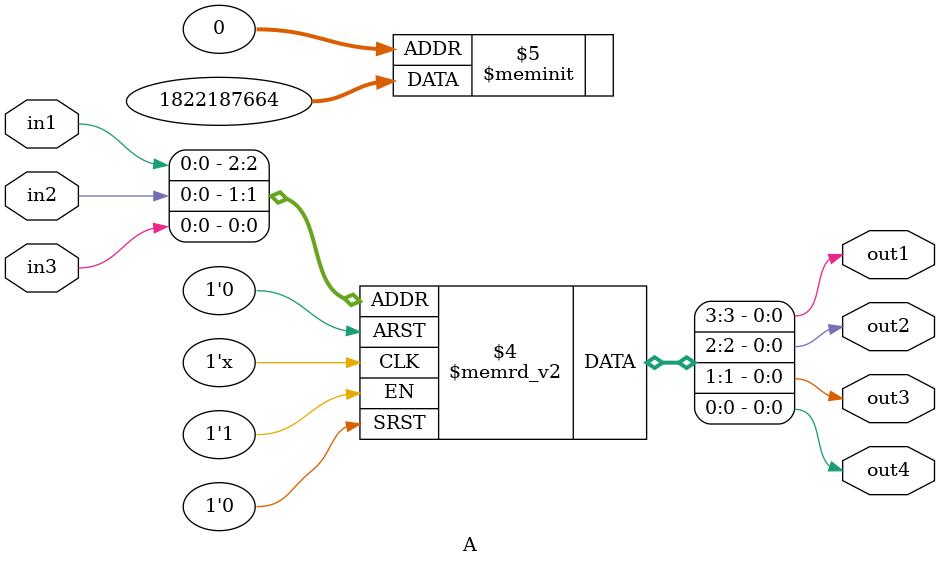
<source format=v>
module A(output out1, out2, out3, out4,  input in1, in2, in3);
  always@(in1,in2,in3)
    begin
      case({in1,in2,in3})
        3'b000: {out1,out2,out3,out4} = 4'b0000;
        3'b001: {out1,out2,out3,out4} = 4'b1001;
        3'b010: {out1,out2,out3,out4} = 4'b0000;
        3'b011: {out1,out2,out3,out4} = 4'b0110;
        3'b100: {out1,out2,out3,out4} = 4'b1100;
        3'b101: {out1,out2,out3,out4} = 4'b1001;
        3'b110: {out1,out2,out3,out4} = 4'b1100;
        3'b111: {out1,out2,out3,out4} = 4'b0110;
      endcase
    end
endmodule
</source>
